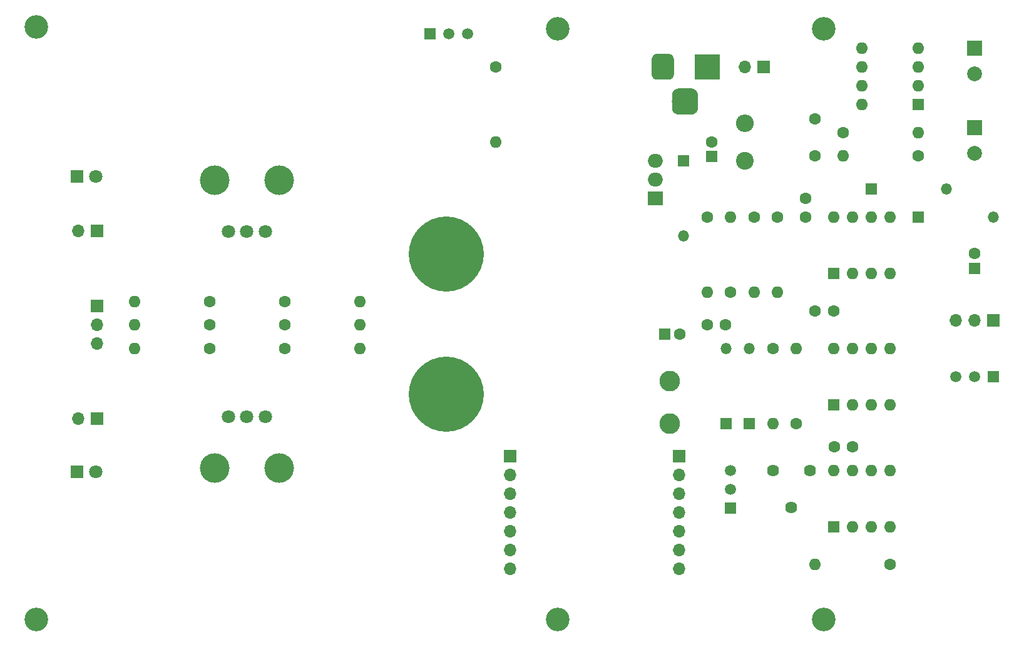
<source format=gbr>
G04 #@! TF.GenerationSoftware,KiCad,Pcbnew,(5.0.0)*
G04 #@! TF.CreationDate,2019-09-26T22:35:49+02:00*
G04 #@! TF.ProjectId,LM317 PSU,4C4D333137205053552E6B696361645F,rev?*
G04 #@! TF.SameCoordinates,Original*
G04 #@! TF.FileFunction,Soldermask,Top*
G04 #@! TF.FilePolarity,Negative*
%FSLAX46Y46*%
G04 Gerber Fmt 4.6, Leading zero omitted, Abs format (unit mm)*
G04 Created by KiCad (PCBNEW (5.0.0)) date 09/26/19 22:35:49*
%MOMM*%
%LPD*%
G01*
G04 APERTURE LIST*
%ADD10R,1.600000X1.600000*%
%ADD11C,1.600000*%
%ADD12R,1.700000X1.700000*%
%ADD13O,1.700000X1.700000*%
%ADD14R,1.500000X1.500000*%
%ADD15O,1.500000X1.500000*%
%ADD16C,1.500000*%
%ADD17C,2.800000*%
%ADD18C,10.160000*%
%ADD19C,3.200000*%
%ADD20O,1.600000X1.600000*%
%ADD21C,2.000000*%
%ADD22R,2.000000X2.000000*%
%ADD23C,1.800000*%
%ADD24R,1.800000X1.800000*%
%ADD25R,3.500000X3.500000*%
%ADD26C,0.100000*%
%ADD27C,3.000000*%
%ADD28C,3.500000*%
%ADD29C,2.400000*%
%ADD30O,2.400000X2.400000*%
%ADD31C,4.000000*%
%ADD32C,1.620000*%
%ADD33R,2.000000X1.905000*%
%ADD34O,2.000000X1.905000*%
G04 APERTURE END LIST*
D10*
G04 #@! TO.C,C10*
X191450000Y-57465000D03*
D11*
X191450000Y-55465000D03*
G04 #@! TD*
D12*
G04 #@! TO.C,J8*
X193990000Y-64450000D03*
D13*
X191450000Y-64450000D03*
X188910000Y-64450000D03*
G04 #@! TD*
D14*
G04 #@! TO.C,D7*
X152080000Y-42860000D03*
D15*
X152080000Y-53020000D03*
G04 #@! TD*
D16*
G04 #@! TO.C,U6*
X191450000Y-72070000D03*
X188910000Y-72070000D03*
D14*
X193990000Y-72070000D03*
G04 #@! TD*
D17*
G04 #@! TO.C,J6*
X150175000Y-72705000D03*
G04 #@! TD*
D18*
G04 #@! TO.C,J2*
X120000000Y-55500000D03*
G04 #@! TD*
G04 #@! TO.C,J1*
X120000000Y-74500000D03*
G04 #@! TD*
D17*
G04 #@! TO.C,J7*
X150175000Y-78420000D03*
G04 #@! TD*
D19*
G04 #@! TO.C,MH5*
X171000000Y-25000000D03*
G04 #@! TD*
G04 #@! TO.C,MH1*
X171000000Y-105000000D03*
G04 #@! TD*
D20*
G04 #@! TO.C,U5*
X172400000Y-68260000D03*
X180020000Y-75880000D03*
X174940000Y-68260000D03*
X177480000Y-75880000D03*
X177480000Y-68260000D03*
X174940000Y-75880000D03*
X180020000Y-68260000D03*
D10*
X172400000Y-75880000D03*
G04 #@! TD*
D13*
G04 #@! TO.C,J5*
X151445000Y-98105000D03*
X151445000Y-95565000D03*
X151445000Y-93025000D03*
X151445000Y-90485000D03*
X151445000Y-87945000D03*
X151445000Y-85405000D03*
D12*
X151445000Y-82865000D03*
G04 #@! TD*
D13*
G04 #@! TO.C,J4*
X128585000Y-98105000D03*
X128585000Y-95565000D03*
X128585000Y-93025000D03*
X128585000Y-90485000D03*
X128585000Y-87945000D03*
X128585000Y-85405000D03*
D12*
X128585000Y-82865000D03*
G04 #@! TD*
D19*
G04 #@! TO.C,MH3*
X135000000Y-105000000D03*
G04 #@! TD*
D11*
G04 #@! TO.C,C1*
X169860000Y-42225000D03*
X169860000Y-37225000D03*
G04 #@! TD*
D21*
G04 #@! TO.C,C2*
X191450000Y-31120000D03*
D22*
X191450000Y-27620000D03*
G04 #@! TD*
G04 #@! TO.C,C3*
X191450000Y-38415000D03*
D21*
X191450000Y-41915000D03*
G04 #@! TD*
D11*
G04 #@! TO.C,C4*
X168590000Y-47980000D03*
X168590000Y-50480000D03*
G04 #@! TD*
D10*
G04 #@! TO.C,C5*
X155890000Y-42320000D03*
D11*
X155890000Y-40320000D03*
G04 #@! TD*
G04 #@! TO.C,C6*
X155255000Y-65085000D03*
X157755000Y-65085000D03*
G04 #@! TD*
G04 #@! TO.C,C7*
X151540000Y-66355000D03*
D10*
X149540000Y-66355000D03*
G04 #@! TD*
D11*
G04 #@! TO.C,C8*
X174940000Y-81595000D03*
X172440000Y-81595000D03*
G04 #@! TD*
G04 #@! TO.C,C9*
X172360000Y-63180000D03*
X169860000Y-63180000D03*
G04 #@! TD*
D16*
G04 #@! TO.C,D1*
X120330000Y-25715000D03*
X122870000Y-25715000D03*
D14*
X117790000Y-25715000D03*
G04 #@! TD*
G04 #@! TO.C,D2*
X183830000Y-50480000D03*
D15*
X193990000Y-50480000D03*
G04 #@! TD*
G04 #@! TO.C,D3*
X187640000Y-46670000D03*
D14*
X177480000Y-46670000D03*
G04 #@! TD*
D23*
G04 #@! TO.C,D4*
X72540000Y-85000000D03*
D24*
X70000000Y-85000000D03*
G04 #@! TD*
G04 #@! TO.C,D5*
X70000000Y-45000000D03*
D23*
X72540000Y-45000000D03*
G04 #@! TD*
D14*
G04 #@! TO.C,D6*
X160970000Y-78420000D03*
D15*
X160970000Y-68260000D03*
G04 #@! TD*
D14*
G04 #@! TO.C,D8*
X157795000Y-78420000D03*
D15*
X157795000Y-68260000D03*
G04 #@! TD*
D12*
G04 #@! TO.C,F1*
X162875000Y-30160000D03*
D13*
X160335000Y-30160000D03*
G04 #@! TD*
D25*
G04 #@! TO.C,J3*
X155255000Y-30160000D03*
D26*
G36*
X150078513Y-28413611D02*
X150151318Y-28424411D01*
X150222714Y-28442295D01*
X150292013Y-28467090D01*
X150358548Y-28498559D01*
X150421678Y-28536398D01*
X150480795Y-28580242D01*
X150535330Y-28629670D01*
X150584758Y-28684205D01*
X150628602Y-28743322D01*
X150666441Y-28806452D01*
X150697910Y-28872987D01*
X150722705Y-28942286D01*
X150740589Y-29013682D01*
X150751389Y-29086487D01*
X150755000Y-29160000D01*
X150755000Y-31160000D01*
X150751389Y-31233513D01*
X150740589Y-31306318D01*
X150722705Y-31377714D01*
X150697910Y-31447013D01*
X150666441Y-31513548D01*
X150628602Y-31576678D01*
X150584758Y-31635795D01*
X150535330Y-31690330D01*
X150480795Y-31739758D01*
X150421678Y-31783602D01*
X150358548Y-31821441D01*
X150292013Y-31852910D01*
X150222714Y-31877705D01*
X150151318Y-31895589D01*
X150078513Y-31906389D01*
X150005000Y-31910000D01*
X148505000Y-31910000D01*
X148431487Y-31906389D01*
X148358682Y-31895589D01*
X148287286Y-31877705D01*
X148217987Y-31852910D01*
X148151452Y-31821441D01*
X148088322Y-31783602D01*
X148029205Y-31739758D01*
X147974670Y-31690330D01*
X147925242Y-31635795D01*
X147881398Y-31576678D01*
X147843559Y-31513548D01*
X147812090Y-31447013D01*
X147787295Y-31377714D01*
X147769411Y-31306318D01*
X147758611Y-31233513D01*
X147755000Y-31160000D01*
X147755000Y-29160000D01*
X147758611Y-29086487D01*
X147769411Y-29013682D01*
X147787295Y-28942286D01*
X147812090Y-28872987D01*
X147843559Y-28806452D01*
X147881398Y-28743322D01*
X147925242Y-28684205D01*
X147974670Y-28629670D01*
X148029205Y-28580242D01*
X148088322Y-28536398D01*
X148151452Y-28498559D01*
X148217987Y-28467090D01*
X148287286Y-28442295D01*
X148358682Y-28424411D01*
X148431487Y-28413611D01*
X148505000Y-28410000D01*
X150005000Y-28410000D01*
X150078513Y-28413611D01*
X150078513Y-28413611D01*
G37*
D27*
X149255000Y-30160000D03*
D26*
G36*
X153215765Y-33114213D02*
X153300704Y-33126813D01*
X153383999Y-33147677D01*
X153464848Y-33176605D01*
X153542472Y-33213319D01*
X153616124Y-33257464D01*
X153685094Y-33308616D01*
X153748718Y-33366282D01*
X153806384Y-33429906D01*
X153857536Y-33498876D01*
X153901681Y-33572528D01*
X153938395Y-33650152D01*
X153967323Y-33731001D01*
X153988187Y-33814296D01*
X154000787Y-33899235D01*
X154005000Y-33985000D01*
X154005000Y-35735000D01*
X154000787Y-35820765D01*
X153988187Y-35905704D01*
X153967323Y-35988999D01*
X153938395Y-36069848D01*
X153901681Y-36147472D01*
X153857536Y-36221124D01*
X153806384Y-36290094D01*
X153748718Y-36353718D01*
X153685094Y-36411384D01*
X153616124Y-36462536D01*
X153542472Y-36506681D01*
X153464848Y-36543395D01*
X153383999Y-36572323D01*
X153300704Y-36593187D01*
X153215765Y-36605787D01*
X153130000Y-36610000D01*
X151380000Y-36610000D01*
X151294235Y-36605787D01*
X151209296Y-36593187D01*
X151126001Y-36572323D01*
X151045152Y-36543395D01*
X150967528Y-36506681D01*
X150893876Y-36462536D01*
X150824906Y-36411384D01*
X150761282Y-36353718D01*
X150703616Y-36290094D01*
X150652464Y-36221124D01*
X150608319Y-36147472D01*
X150571605Y-36069848D01*
X150542677Y-35988999D01*
X150521813Y-35905704D01*
X150509213Y-35820765D01*
X150505000Y-35735000D01*
X150505000Y-33985000D01*
X150509213Y-33899235D01*
X150521813Y-33814296D01*
X150542677Y-33731001D01*
X150571605Y-33650152D01*
X150608319Y-33572528D01*
X150652464Y-33498876D01*
X150703616Y-33429906D01*
X150761282Y-33366282D01*
X150824906Y-33308616D01*
X150893876Y-33257464D01*
X150967528Y-33213319D01*
X151045152Y-33176605D01*
X151126001Y-33147677D01*
X151209296Y-33126813D01*
X151294235Y-33114213D01*
X151380000Y-33110000D01*
X153130000Y-33110000D01*
X153215765Y-33114213D01*
X153215765Y-33114213D01*
G37*
D28*
X152255000Y-34860000D03*
G04 #@! TD*
D13*
G04 #@! TO.C,MES1*
X70165000Y-52385000D03*
D12*
X72705000Y-52385000D03*
G04 #@! TD*
G04 #@! TO.C,MES2*
X72705000Y-77785000D03*
D13*
X70165000Y-77785000D03*
G04 #@! TD*
D19*
G04 #@! TO.C,MH2*
X64500000Y-105000000D03*
G04 #@! TD*
G04 #@! TO.C,MH4*
X135000000Y-25000000D03*
G04 #@! TD*
G04 #@! TO.C,MH8*
X64500000Y-24800000D03*
G04 #@! TD*
D14*
G04 #@! TO.C,Q1*
X158430000Y-89850000D03*
D16*
X158430000Y-84770000D03*
X158430000Y-87310000D03*
G04 #@! TD*
D20*
G04 #@! TO.C,R1*
X126680000Y-40320000D03*
D11*
X126680000Y-30160000D03*
G04 #@! TD*
D20*
G04 #@! TO.C,R2*
X164780000Y-60640000D03*
D11*
X164780000Y-50480000D03*
G04 #@! TD*
G04 #@! TO.C,R3*
X173670000Y-39050000D03*
D20*
X183830000Y-39050000D03*
G04 #@! TD*
G04 #@! TO.C,R4*
X173670000Y-42225000D03*
D11*
X183830000Y-42225000D03*
G04 #@! TD*
D29*
G04 #@! TO.C,R5*
X160335000Y-42860000D03*
D30*
X160335000Y-37780000D03*
G04 #@! TD*
D11*
G04 #@! TO.C,R6*
X161605000Y-50480000D03*
D20*
X161605000Y-60640000D03*
G04 #@! TD*
G04 #@! TO.C,R7*
X155255000Y-60640000D03*
D11*
X155255000Y-50480000D03*
G04 #@! TD*
G04 #@! TO.C,R8*
X158430000Y-60640000D03*
D20*
X158430000Y-50480000D03*
G04 #@! TD*
D11*
G04 #@! TO.C,R9*
X98105000Y-61910000D03*
D20*
X108265000Y-61910000D03*
G04 #@! TD*
G04 #@! TO.C,R10*
X108265000Y-65085000D03*
D11*
X98105000Y-65085000D03*
G04 #@! TD*
G04 #@! TO.C,R11*
X98105000Y-68260000D03*
D20*
X108265000Y-68260000D03*
G04 #@! TD*
G04 #@! TO.C,R12*
X77785000Y-61910000D03*
D11*
X87945000Y-61910000D03*
G04 #@! TD*
G04 #@! TO.C,R13*
X87945000Y-65085000D03*
D20*
X77785000Y-65085000D03*
G04 #@! TD*
D11*
G04 #@! TO.C,R14*
X87945000Y-68260000D03*
D20*
X77785000Y-68260000D03*
G04 #@! TD*
D11*
G04 #@! TO.C,R15*
X164145000Y-68260000D03*
D20*
X164145000Y-78420000D03*
G04 #@! TD*
G04 #@! TO.C,R16*
X167320000Y-68260000D03*
D11*
X167320000Y-78420000D03*
G04 #@! TD*
D20*
G04 #@! TO.C,R17*
X169860000Y-97470000D03*
D11*
X180020000Y-97470000D03*
G04 #@! TD*
D31*
G04 #@! TO.C,RV1*
X97400000Y-45500000D03*
X88600000Y-45500000D03*
D23*
X95500000Y-52500000D03*
X93000000Y-52500000D03*
X90500000Y-52500000D03*
G04 #@! TD*
G04 #@! TO.C,RV2*
X95500000Y-77500000D03*
X93000000Y-77500000D03*
X90500000Y-77500000D03*
D31*
X97400000Y-84500000D03*
X88600000Y-84500000D03*
G04 #@! TD*
D32*
G04 #@! TO.C,RV3*
X169145000Y-84770000D03*
X166645000Y-89770000D03*
X164145000Y-84770000D03*
G04 #@! TD*
D12*
G04 #@! TO.C,SW1*
X72705000Y-62545000D03*
D13*
X72705000Y-65085000D03*
X72705000Y-67625000D03*
G04 #@! TD*
D20*
G04 #@! TO.C,U1*
X176210000Y-35240000D03*
X183830000Y-27620000D03*
X176210000Y-32700000D03*
X183830000Y-30160000D03*
X176210000Y-30160000D03*
X183830000Y-32700000D03*
X176210000Y-27620000D03*
D10*
X183830000Y-35240000D03*
G04 #@! TD*
D20*
G04 #@! TO.C,U2*
X172400000Y-50480000D03*
X180020000Y-58100000D03*
X174940000Y-50480000D03*
X177480000Y-58100000D03*
X177480000Y-50480000D03*
X174940000Y-58100000D03*
X180020000Y-50480000D03*
D10*
X172400000Y-58100000D03*
G04 #@! TD*
G04 #@! TO.C,U3*
X172400000Y-92390000D03*
D20*
X180020000Y-84770000D03*
X174940000Y-92390000D03*
X177480000Y-84770000D03*
X177480000Y-92390000D03*
X174940000Y-84770000D03*
X180020000Y-92390000D03*
X172400000Y-84770000D03*
G04 #@! TD*
D33*
G04 #@! TO.C,U4*
X148270000Y-47940000D03*
D34*
X148270000Y-45400000D03*
X148270000Y-42860000D03*
G04 #@! TD*
M02*

</source>
